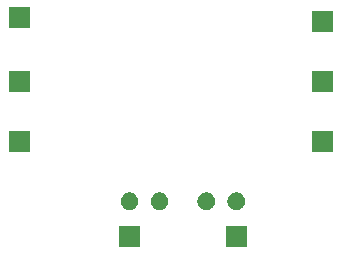
<source format=gbr>
G04 #@! TF.GenerationSoftware,KiCad,Pcbnew,(5.1.6)-1*
G04 #@! TF.CreationDate,2020-05-26T15:20:33+09:00*
G04 #@! TF.ProjectId,mic5332,6d696335-3333-4322-9e6b-696361645f70,rev?*
G04 #@! TF.SameCoordinates,Original*
G04 #@! TF.FileFunction,Soldermask,Bot*
G04 #@! TF.FilePolarity,Negative*
%FSLAX46Y46*%
G04 Gerber Fmt 4.6, Leading zero omitted, Abs format (unit mm)*
G04 Created by KiCad (PCBNEW (5.1.6)-1) date 2020-05-26 15:20:33*
%MOMM*%
%LPD*%
G01*
G04 APERTURE LIST*
%ADD10C,0.100000*%
G04 APERTURE END LIST*
D10*
G36*
X122051000Y-87951000D02*
G01*
X120249000Y-87951000D01*
X120249000Y-86149000D01*
X122051000Y-86149000D01*
X122051000Y-87951000D01*
G37*
G36*
X131091000Y-87951000D02*
G01*
X129289000Y-87951000D01*
X129289000Y-86149000D01*
X131091000Y-86149000D01*
X131091000Y-87951000D01*
G37*
G36*
X127869059Y-83327860D02*
G01*
X128005732Y-83384472D01*
X128128735Y-83466660D01*
X128233340Y-83571265D01*
X128315528Y-83694268D01*
X128372140Y-83830941D01*
X128401000Y-83976033D01*
X128401000Y-84123967D01*
X128372140Y-84269059D01*
X128315528Y-84405732D01*
X128233340Y-84528735D01*
X128128735Y-84633340D01*
X128005732Y-84715528D01*
X128005731Y-84715529D01*
X128005730Y-84715529D01*
X127869059Y-84772140D01*
X127723968Y-84801000D01*
X127576032Y-84801000D01*
X127430941Y-84772140D01*
X127294270Y-84715529D01*
X127294269Y-84715529D01*
X127294268Y-84715528D01*
X127171265Y-84633340D01*
X127066660Y-84528735D01*
X126984472Y-84405732D01*
X126927860Y-84269059D01*
X126899000Y-84123967D01*
X126899000Y-83976033D01*
X126927860Y-83830941D01*
X126984472Y-83694268D01*
X127066660Y-83571265D01*
X127171265Y-83466660D01*
X127294268Y-83384472D01*
X127430941Y-83327860D01*
X127576032Y-83299000D01*
X127723968Y-83299000D01*
X127869059Y-83327860D01*
G37*
G36*
X121369059Y-83327860D02*
G01*
X121505732Y-83384472D01*
X121628735Y-83466660D01*
X121733340Y-83571265D01*
X121815528Y-83694268D01*
X121872140Y-83830941D01*
X121901000Y-83976033D01*
X121901000Y-84123967D01*
X121872140Y-84269059D01*
X121815528Y-84405732D01*
X121733340Y-84528735D01*
X121628735Y-84633340D01*
X121505732Y-84715528D01*
X121505731Y-84715529D01*
X121505730Y-84715529D01*
X121369059Y-84772140D01*
X121223968Y-84801000D01*
X121076032Y-84801000D01*
X120930941Y-84772140D01*
X120794270Y-84715529D01*
X120794269Y-84715529D01*
X120794268Y-84715528D01*
X120671265Y-84633340D01*
X120566660Y-84528735D01*
X120484472Y-84405732D01*
X120427860Y-84269059D01*
X120399000Y-84123967D01*
X120399000Y-83976033D01*
X120427860Y-83830941D01*
X120484472Y-83694268D01*
X120566660Y-83571265D01*
X120671265Y-83466660D01*
X120794268Y-83384472D01*
X120930941Y-83327860D01*
X121076032Y-83299000D01*
X121223968Y-83299000D01*
X121369059Y-83327860D01*
G37*
G36*
X123909059Y-83327860D02*
G01*
X124045732Y-83384472D01*
X124168735Y-83466660D01*
X124273340Y-83571265D01*
X124355528Y-83694268D01*
X124412140Y-83830941D01*
X124441000Y-83976033D01*
X124441000Y-84123967D01*
X124412140Y-84269059D01*
X124355528Y-84405732D01*
X124273340Y-84528735D01*
X124168735Y-84633340D01*
X124045732Y-84715528D01*
X124045731Y-84715529D01*
X124045730Y-84715529D01*
X123909059Y-84772140D01*
X123763968Y-84801000D01*
X123616032Y-84801000D01*
X123470941Y-84772140D01*
X123334270Y-84715529D01*
X123334269Y-84715529D01*
X123334268Y-84715528D01*
X123211265Y-84633340D01*
X123106660Y-84528735D01*
X123024472Y-84405732D01*
X122967860Y-84269059D01*
X122939000Y-84123967D01*
X122939000Y-83976033D01*
X122967860Y-83830941D01*
X123024472Y-83694268D01*
X123106660Y-83571265D01*
X123211265Y-83466660D01*
X123334268Y-83384472D01*
X123470941Y-83327860D01*
X123616032Y-83299000D01*
X123763968Y-83299000D01*
X123909059Y-83327860D01*
G37*
G36*
X130409059Y-83327860D02*
G01*
X130545732Y-83384472D01*
X130668735Y-83466660D01*
X130773340Y-83571265D01*
X130855528Y-83694268D01*
X130912140Y-83830941D01*
X130941000Y-83976033D01*
X130941000Y-84123967D01*
X130912140Y-84269059D01*
X130855528Y-84405732D01*
X130773340Y-84528735D01*
X130668735Y-84633340D01*
X130545732Y-84715528D01*
X130545731Y-84715529D01*
X130545730Y-84715529D01*
X130409059Y-84772140D01*
X130263968Y-84801000D01*
X130116032Y-84801000D01*
X129970941Y-84772140D01*
X129834270Y-84715529D01*
X129834269Y-84715529D01*
X129834268Y-84715528D01*
X129711265Y-84633340D01*
X129606660Y-84528735D01*
X129524472Y-84405732D01*
X129467860Y-84269059D01*
X129439000Y-84123967D01*
X129439000Y-83976033D01*
X129467860Y-83830941D01*
X129524472Y-83694268D01*
X129606660Y-83571265D01*
X129711265Y-83466660D01*
X129834268Y-83384472D01*
X129970941Y-83327860D01*
X130116032Y-83299000D01*
X130263968Y-83299000D01*
X130409059Y-83327860D01*
G37*
G36*
X112751000Y-79861000D02*
G01*
X110949000Y-79861000D01*
X110949000Y-78059000D01*
X112751000Y-78059000D01*
X112751000Y-79861000D01*
G37*
G36*
X138401000Y-79861000D02*
G01*
X136599000Y-79861000D01*
X136599000Y-78059000D01*
X138401000Y-78059000D01*
X138401000Y-79861000D01*
G37*
G36*
X138401000Y-74781000D02*
G01*
X136599000Y-74781000D01*
X136599000Y-72979000D01*
X138401000Y-72979000D01*
X138401000Y-74781000D01*
G37*
G36*
X112751000Y-74781000D02*
G01*
X110949000Y-74781000D01*
X110949000Y-72979000D01*
X112751000Y-72979000D01*
X112751000Y-74781000D01*
G37*
G36*
X138401000Y-69701000D02*
G01*
X136599000Y-69701000D01*
X136599000Y-67899000D01*
X138401000Y-67899000D01*
X138401000Y-69701000D01*
G37*
G36*
X112731000Y-69361000D02*
G01*
X110929000Y-69361000D01*
X110929000Y-67559000D01*
X112731000Y-67559000D01*
X112731000Y-69361000D01*
G37*
M02*

</source>
